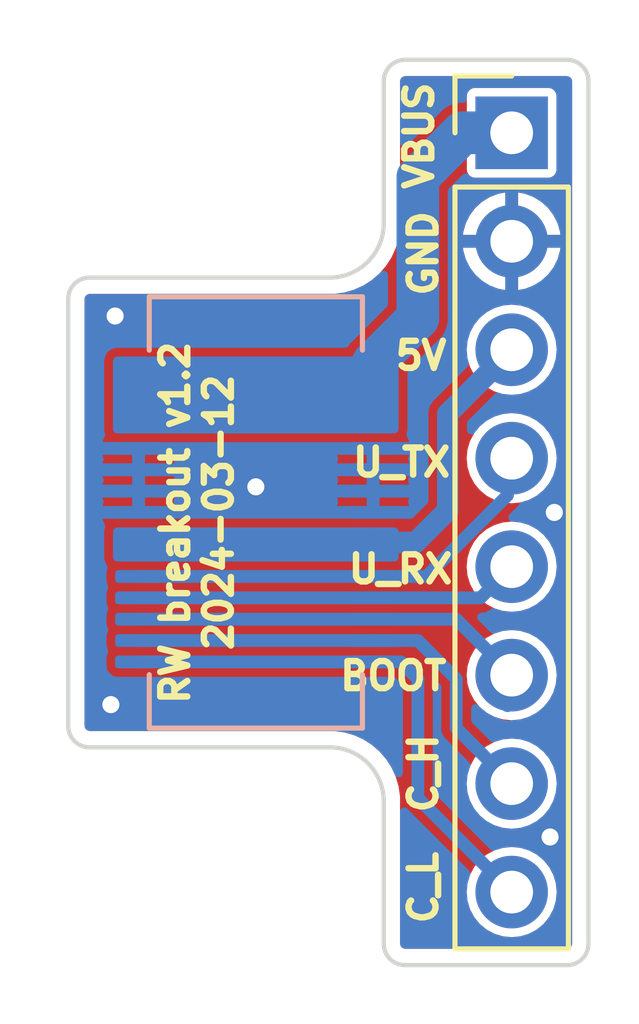
<source format=kicad_pcb>
(kicad_pcb (version 20240108) (generator "pcbnew") (generator_version "8.0")
  (layers (0 "F.Cu" signal) (31 "B.Cu" signal) (34 "B.Paste" user) (35 "F.Paste" user) (36 "B.SilkS" user "B.Silkscreen") (37 "F.SilkS" user "F.Silkscreen") (38 "B.Mask" user) (39 "F.Mask" user) (44 "Edge.Cuts" user))
  (net 0 "")
  (net 1 "/CAN_L")
  (net 2 "/CAN_H")
  (net 3 "/BOOT")
  (net 4 "/UART_RX")
  (net 5 "/UART_TX")
  (net 6 "/5V")
  (net 7 "/GND")
  (net 8 "/VBUS")
  (footprint "Connector_PinHeader_2.54mm:PinHeader_1x08_P2.54mm_Vertical" (layer "F.Cu") (at 128 97.11)
    (property "Reference" "J2" (hide yes))
    (property "Value" "Conn_01x10" (hide yes))
    (fp_line (start -1.33 -1.33) (end 0 -1.33) (stroke (width 0.12)) (layer "F.SilkS"))
    (fp_line (start -1.33 0) (end -1.33 -1.33) (stroke (width 0.12)) (layer "F.SilkS"))
    (fp_line (start -1.33 1.27) (end -1.33 19.11) (stroke (width 0.12)) (layer "F.SilkS"))
    (fp_line (start -1.33 1.27) (end 1.33 1.27) (stroke (width 0.12)) (layer "F.SilkS"))
    (fp_line (start -1.33 19.11) (end 1.33 19.11) (stroke (width 0.12)) (layer "F.SilkS"))
    (fp_line (start 1.33 1.27) (end 1.33 19.11) (stroke (width 0.12)) (layer "F.SilkS"))
    (pad "1" thru_hole rect (at 0 0) (size 1.7 1.7) (drill 1) (layers "*.Cu" "*.Mask") (net 8 "/VBUS"))
    (pad "2" thru_hole oval (at 0 2.54) (size 1.7 1.7) (drill 1) (layers "*.Cu" "*.Mask") (net 7 "/GND"))
    (pad "3" thru_hole oval (at 0 5.08) (size 1.7 1.7) (drill 1) (layers "*.Cu" "*.Mask") (net 6 "/5V"))
    (pad "4" thru_hole oval (at 0 7.62) (size 1.7 1.7) (drill 1) (layers "*.Cu" "*.Mask") (net 5 "/UART_TX"))
    (pad "5" thru_hole oval (at 0 10.16) (size 1.7 1.7) (drill 1) (layers "*.Cu" "*.Mask") (net 4 "/UART_RX"))
    (pad "6" thru_hole oval (at 0 12.7) (size 1.7 1.7) (drill 1) (layers "*.Cu" "*.Mask") (net 3 "/BOOT"))
    (pad "7" thru_hole oval (at 0 15.24) (size 1.7 1.7) (drill 1) (layers "*.Cu" "*.Mask") (net 2 "/CAN_H"))
    (pad "8" thru_hole oval (at 0 17.78) (size 1.7 1.7) (drill 1) (layers "*.Cu" "*.Mask") (net 1 "/CAN_L"))
  )
  (footprint "oresat-footprints:J-Molex-0547220304" (layer "B.Cu") (at 122 106 -90)
    (property "Reference" "J1" (hide yes))
    (property "Value" "Mezzanine Plug" (hide yes))
    (fp_line (start -5.05 2.5) (end -5.05 -2.5) (stroke (width 0.12)) (layer "B.SilkS"))
    (fp_line (start -3.8 2.5) (end -5.05 2.5) (stroke (width 0.12)) (layer "B.SilkS"))
    (fp_line (start 5.05 2.5) (end 3.8 2.5) (stroke (width 0.12)) (layer "B.SilkS"))
    (fp_line (start -5.05 -2.5) (end -3.8 -2.5) (stroke (width 0.12)) (layer "B.SilkS"))
    (fp_line (start 3.8 -2.5) (end 5.05 -2.5) (stroke (width 0.12)) (layer "B.SilkS"))
    (fp_line (start 5.05 -2.5) (end 5.05 2.5) (stroke (width 0.12)) (layer "B.SilkS"))
    (pad "P$1" smd roundrect (at 3.5 -2.75) (size 1.1 0.3) (layers "B.Cu" "B.Paste" "B.Mask") (net 1 "/CAN_L"))
    (pad "P$2" smd roundrect (at 3 -2.75) (size 1.1 0.3) (layers "B.Cu" "B.Paste" "B.Mask") (net 2 "/CAN_H"))
    (pad "P$3" smd roundrect (at 2.5 -2.75) (size 1.1 0.3) (layers "B.Cu" "B.Paste" "B.Mask") (net 3 "/BOOT"))
    (pad "P$4" smd roundrect (at 2 -2.75) (size 1.1 0.3) (layers "B.Cu" "B.Paste" "B.Mask") (net 4 "/UART_RX"))
    (pad "P$5" smd roundrect (at 1.5 -2.75) (size 1.1 0.3) (layers "B.Cu" "B.Paste" "B.Mask") (net 5 "/UART_TX"))
    (pad "P$6" smd roundrect (at 1 -2.75) (size 1.1 0.3) (layers "B.Cu" "B.Paste" "B.Mask") (net 6 "/5V"))
    (pad "P$7" smd roundrect (at 0.5 -2.75) (size 1.1 0.3) (layers "B.Cu" "B.Paste" "B.Mask") (net 6 "/5V"))
    (pad "P$8" smd roundrect (at 0 -2.75) (size 1.1 0.3) (layers "B.Cu" "B.Paste" "B.Mask") (net 7 "/GND"))
    (pad "P$9" smd roundrect (at -0.5 -2.75) (size 1.1 0.3) (layers "B.Cu" "B.Paste" "B.Mask") (net 7 "/GND"))
    (pad "P$10" smd roundrect (at -1 -2.75) (size 1.1 0.3) (layers "B.Cu" "B.Paste" "B.Mask") (net 7 "/GND"))
    (pad "P$11" smd roundrect (at -1.5 -2.75) (size 1.1 0.3) (layers "B.Cu" "B.Paste" "B.Mask") (net 7 "/GND"))
    (pad "P$12" smd roundrect (at -2 -2.75) (size 1.1 0.3) (layers "B.Cu" "B.Paste" "B.Mask") (net 8 "/VBUS"))
    (pad "P$13" smd roundrect (at -2.5 -2.75) (size 1.1 0.3) (layers "B.Cu" "B.Paste" "B.Mask") (net 8 "/VBUS"))
    (pad "P$14" smd roundrect (at -3 -2.75) (size 1.1 0.3) (layers "B.Cu" "B.Paste" "B.Mask") (net 8 "/VBUS"))
    (pad "P$15" smd roundrect (at -3.5 -2.75) (size 1.1 0.3) (layers "B.Cu" "B.Paste" "B.Mask") (net 8 "/VBUS"))
    (pad "P$16" smd roundrect (at -3.5 2.75) (size 1.1 0.3) (layers "B.Cu" "B.Paste" "B.Mask") (net 8 "/VBUS"))
    (pad "P$17" smd roundrect (at -3 2.75) (size 1.1 0.3) (layers "B.Cu" "B.Paste" "B.Mask") (net 8 "/VBUS"))
    (pad "P$18" smd roundrect (at -2.5 2.75) (size 1.1 0.3) (layers "B.Cu" "B.Paste" "B.Mask") (net 8 "/VBUS"))
    (pad "P$19" smd roundrect (at -2 2.75) (size 1.1 0.3) (layers "B.Cu" "B.Paste" "B.Mask") (net 8 "/VBUS"))
    (pad "P$20" smd roundrect (at -1.5 2.75) (size 1.1 0.3) (layers "B.Cu" "B.Paste" "B.Mask") (net 7 "/GND"))
    (pad "P$21" smd roundrect (at -1 2.75) (size 1.1 0.3) (layers "B.Cu" "B.Paste" "B.Mask") (net 7 "/GND"))
    (pad "P$22" smd roundrect (at -0.5 2.75) (size 1.1 0.3) (layers "B.Cu" "B.Paste" "B.Mask") (net 7 "/GND"))
    (pad "P$23" smd roundrect (at 0 2.75) (size 1.1 0.3) (layers "B.Cu" "B.Paste" "B.Mask") (net 7 "/GND"))
    (pad "P$24" smd roundrect (at 0.5 2.75) (size 1.1 0.3) (layers "B.Cu" "B.Paste" "B.Mask") (net 6 "/5V"))
    (pad "P$25" smd roundrect (at 1 2.75) (size 1.1 0.3) (layers "B.Cu" "B.Paste" "B.Mask") (net 6 "/5V"))
    (pad "P$26" smd roundrect (at 1.5 2.75) (size 1.1 0.3) (layers "B.Cu" "B.Paste" "B.Mask") (net 5 "/UART_TX"))
    (pad "P$27" smd roundrect (at 2 2.75) (size 1.1 0.3) (layers "B.Cu" "B.Paste" "B.Mask") (net 4 "/UART_RX"))
    (pad "P$28" smd roundrect (at 2.5 2.75) (size 1.1 0.3) (layers "B.Cu" "B.Paste" "B.Mask") (net 3 "/BOOT"))
    (pad "P$29" smd roundrect (at 3 2.75) (size 1.1 0.3) (layers "B.Cu" "B.Paste" "B.Mask") (net 2 "/CAN_H"))
    (pad "P$30" smd roundrect (at 3.5 2.75) (size 1.1 0.3) (layers "B.Cu" "B.Paste" "B.Mask") (net 1 "/CAN_L"))
  )
  (gr_line (start 129.8 95.9) (end 129.8 116.1) (stroke (width 0.1)) (layer "Edge.Cuts"))
  (gr_line (start 125 95.9) (end 125 99.23) (stroke (width 0.1)) (layer "Edge.Cuts"))
  (gr_line (start 125.5 95.4) (end 129.3 95.4) (stroke (width 0.1)) (layer "Edge.Cuts"))
  (gr_arc (start 118.1 111.5) (mid 117.746447 111.353553) (end 117.6 111) (stroke (width 0.1)) (layer "Edge.Cuts"))
  (gr_line (start 125 112.77) (end 125 116.1) (stroke (width 0.1)) (layer "Edge.Cuts"))
  (gr_arc (start 129.8 116.1) (mid 129.653553 116.453553) (end 129.3 116.6) (stroke (width 0.1)) (layer "Edge.Cuts"))
  (gr_line (start 129.3 116.6) (end 125.5 116.6) (stroke (width 0.1)) (layer "Edge.Cuts"))
  (gr_arc (start 123.73 111.5) (mid 124.628026 111.871974) (end 125 112.77) (stroke (width 0.1)) (layer "Edge.Cuts"))
  (gr_arc (start 125 95.9) (mid 125.146447 95.546447) (end 125.5 95.4) (stroke (width 0.1)) (layer "Edge.Cuts"))
  (gr_arc (start 125 99.23) (mid 124.628026 100.128026) (end 123.73 100.5) (stroke (width 0.1)) (layer "Edge.Cuts"))
  (gr_line (start 118.1 100.5) (end 123.73 100.5) (stroke (width 0.1)) (layer "Edge.Cuts"))
  (gr_arc (start 125.5 116.6) (mid 125.146447 116.453553) (end 125 116.1) (stroke (width 0.1)) (layer "Edge.Cuts"))
  (gr_line (start 118.1 111.5) (end 123.73 111.5) (stroke (width 0.1)) (layer "Edge.Cuts"))
  (gr_arc (start 117.6 101) (mid 117.746447 100.646447) (end 118.1 100.5) (stroke (width 0.1)) (layer "Edge.Cuts"))
  (gr_line (start 117.6 111) (end 117.6 101) (stroke (width 0.1)) (layer "Edge.Cuts"))
  (gr_arc (start 129.3 95.4) (mid 129.653553 95.546447) (end 129.8 95.9) (stroke (width 0.1)) (layer "Edge.Cuts"))
  (gr_text "VBUS" (at 126.2 98.5 90) (layer "F.SilkS") (effects (font (size 0.635 0.635)) (justify left bottom)))
  (gr_text "U_TX\n" (at 124.2 105.2 0) (layer "F.SilkS") (effects (font (size 0.635 0.635)) (justify left bottom)))
  (gr_text "RW breakout v1.2 \n2024-03-12" (at 121.5 106 90) (layer "F.SilkS") (effects (font (size 0.635 0.635)) (justify bottom)))
  (gr_text "C_H" (at 126.3 113.1 90) (layer "F.SilkS") (effects (font (size 0.635 0.635)) (justify left bottom)))
  (gr_text "U_RX" (at 124.1 107.7 0) (layer "F.SilkS") (effects (font (size 0.635 0.635)) (justify left bottom)))
  (gr_text "GND\n" (at 126.3 101 90) (layer "F.SilkS") (effects (font (size 0.635 0.635)) (justify left bottom)))
  (gr_text "5V" (at 125.2 102.7 0) (layer "F.SilkS") (effects (font (size 0.635 0.635)) (justify left bottom)))
  (gr_text "C_L" (at 126.3 115.7 90) (layer "F.SilkS") (effects (font (size 0.635 0.635)) (justify left bottom)))
  (gr_text "BOOT" (at 123.9 110.2 0) (layer "F.SilkS") (effects (font (size 0.635 0.635)) (justify left bottom)))
  (segment (start 125.8 112.69) (end 128 114.89) (width 0.3) (layer "B.Cu") (net 1))
  (segment (start 125.8 109.9) (end 125.8 112.69) (width 0.3) (layer "B.Cu") (net 1))
  (segment (start 119.25 109.5) (end 124.75 109.5) (width 0.3) (layer "B.Cu") (net 1))
  (segment (start 125.4 109.5) (end 125.8 109.9) (width 0.3) (layer "B.Cu") (net 1))
  (segment (start 124.75 109.5) (end 125.4 109.5) (width 0.3) (layer "B.Cu") (net 1))
  (segment (start 124.75 109) (end 125.8 109) (width 0.3) (layer "B.Cu") (net 2))
  (segment (start 126.7 111.05) (end 127.9 112.25) (width 0.3) (layer "B.Cu") (net 2))
  (segment (start 125.8 109) (end 126.7 109.9) (width 0.3) (layer "B.Cu") (net 2))
  (segment (start 126.7 109.9) (end 126.7 111.05) (width 0.3) (layer "B.Cu") (net 2))
  (segment (start 119.25 109) (end 124.75 109) (width 0.3) (layer "B.Cu") (net 2))
  (segment (start 126.7 108.5) (end 127.9 109.7) (width 0.3) (layer "B.Cu") (net 3))
  (segment (start 127.9 109.7) (end 127.9 110.525) (width 0.3) (layer "B.Cu") (net 3))
  (segment (start 124.75 108.5) (end 126.7 108.5) (width 0.3) (layer "B.Cu") (net 3))
  (segment (start 119.25 108.5) (end 124.75 108.5) (width 0.3) (layer "B.Cu") (net 3))
  (segment (start 124.75 108) (end 127.27 108) (width 0.3) (layer "B.Cu") (net 4))
  (segment (start 127.27 108) (end 128 107.27) (width 0.3) (layer "B.Cu") (net 4))
  (segment (start 119.25 108) (end 124.75 108) (width 0.3) (layer "B.Cu") (net 4))
  (segment (start 124.75 107.5) (end 126 107.5) (width 0.3) (layer "B.Cu") (net 5))
  (segment (start 126 107.5) (end 127.9 105.6) (width 0.3) (layer "B.Cu") (net 5))
  (segment (start 127.9 105.6) (end 127.9 105.445) (width 0.3) (layer "B.Cu") (net 5))
  (segment (start 119.25 107.5) (end 124.75 107.5) (width 0.3) (layer "B.Cu") (net 5))
  (segment (start 126.5 105.95) (end 126.5 103.69) (width 0.5) (layer "B.Cu") (net 6))
  (segment (start 126.5 103.69) (end 128 102.19) (width 0.5) (layer "B.Cu") (net 6))
  (segment (start 124.95 106.7) (end 125.75 106.7) (width 0.5) (layer "B.Cu") (net 6))
  (segment (start 125.75 106.7) (end 126.5 105.95) (width 0.5) (layer "B.Cu") (net 6))
  (segment (start 124.75 106.5) (end 124.95 106.7) (width 0.3) (layer "B.Cu") (net 6))
  (via (at 118.7 101.4) (size 0.8) (drill 0.4) (layers "F.Cu" "B.Cu") (net 7))
  (via (at 128.9 113.6) (size 0.8) (drill 0.4) (layers "F.Cu" "B.Cu") (net 7))
  (via (at 118.6 110.5) (size 0.8) (drill 0.4) (layers "F.Cu" "B.Cu") (net 7))
  (via (at 129 106) (size 0.8) (drill 0.4) (layers "F.Cu" "B.Cu") (net 7))
  (via (at 122 105.4) (size 0.8) (drill 0.4) (layers "F.Cu" "B.Cu") (net 7))
  (segment (start 125.8 101.45) (end 125.8 98.15) (width 1) (layer "B.Cu") (net 8))
  (segment (start 124.75 102.5) (end 125.8 101.45) (width 1) (layer "B.Cu") (net 8))
  (segment (start 125.8 98.15) (end 126.84 97.11) (width 1) (layer "B.Cu") (net 8))
  (segment (start 124.75 102.5) (end 124.75 103.5) (width 1) (layer "B.Cu") (net 8))
  (segment (start 126.84 97.11) (end 128 97.11) (width 1) (layer "B.Cu") (net 8))
  (zone (net 7) (net_name "/GND") (layers "F&B.Cu") (connect_pads (clearance 0.2)) (min_thickness 0.2) (fill yes (thermal_gap 0.3) (thermal_bridge_width 0.3))
    (polygon (pts (xy 131 118) (xy 116 118) (xy 116 94) (xy 131 94)))
  )
  (zone (net 6) (net_name "/5V") (layer "B.Cu") (priority 1) (connect_pads yes (clearance 0.2)) (min_thickness 0.2) (fill yes (thermal_gap 0.508) (thermal_bridge_width 0.508))
    (polygon (pts (xy 125.35 106.35) (xy 118.65 106.35) (xy 118.65 107.15) (xy 125.35 107.15)))
  )
  (zone (net 8) (net_name "/VBUS") (layer "B.Cu") (priority 3) (connect_pads yes (clearance 0.2)) (min_thickness 0.2) (fill yes (thermal_gap 0.508) (thermal_bridge_width 0.508))
    (polygon (pts (xy 125.35 102.35) (xy 118.65 102.35) (xy 118.65 104.15) (xy 125.35 104.15)))
  )
)
</source>
